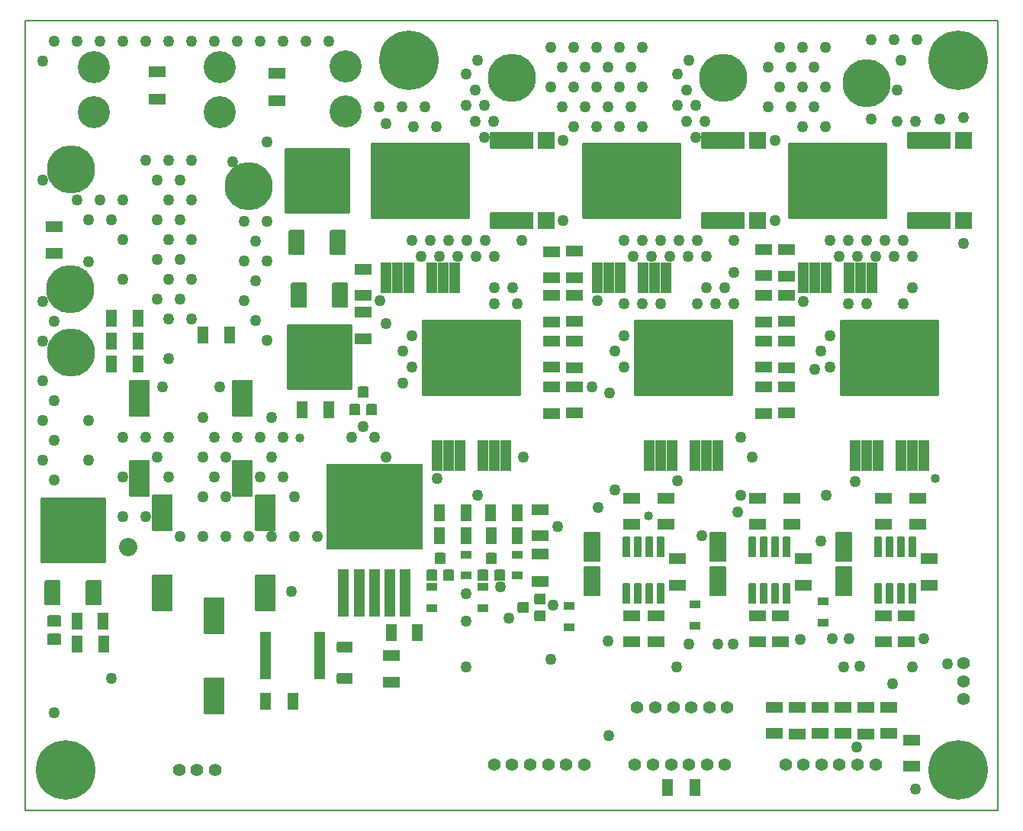
<source format=gbr>
G04 PROTEUS GERBER X2 FILE*
%TF.GenerationSoftware,Labcenter,Proteus,8.7-SP3-Build25561*%
%TF.CreationDate,2021-06-30T06:14:37+00:00*%
%TF.FileFunction,Soldermask,Top*%
%TF.FilePolarity,Negative*%
%TF.Part,Single*%
%TF.SameCoordinates,{77f9167f-24a0-473a-9e88-04ab24b8f88e}*%
%FSLAX45Y45*%
%MOMM*%
G01*
%TA.AperFunction,Material*%
%ADD52C,1.270000*%
%ADD53C,2.032000*%
%ADD54C,1.016000*%
%AMPPAD049*
4,1,36,
-0.457200,1.727200,
0.457200,1.727200,
0.483170,1.724670,
0.507180,1.717400,
0.528780,1.705850,
0.547490,1.690490,
0.562850,1.671770,
0.574400,1.650180,
0.581670,1.626170,
0.584200,1.600200,
0.584200,-1.600200,
0.581670,-1.626170,
0.574400,-1.650180,
0.562850,-1.671770,
0.547490,-1.690490,
0.528780,-1.705850,
0.507180,-1.717400,
0.483170,-1.724670,
0.457200,-1.727200,
-0.457200,-1.727200,
-0.483170,-1.724670,
-0.507180,-1.717400,
-0.528780,-1.705850,
-0.547490,-1.690490,
-0.562850,-1.671770,
-0.574400,-1.650180,
-0.581670,-1.626170,
-0.584200,-1.600200,
-0.584200,1.600200,
-0.581670,1.626170,
-0.574400,1.650180,
-0.562850,1.671770,
-0.547490,1.690490,
-0.528780,1.705850,
-0.507180,1.717400,
-0.483170,1.724670,
-0.457200,1.727200,
0*%
%TA.AperFunction,Material*%
%ADD55PPAD049*%
%AMPPAD050*
4,1,36,
-5.397500,4.203700,
5.397500,4.203700,
5.423470,4.201170,
5.447480,4.193900,
5.469080,4.182350,
5.487790,4.166990,
5.503150,4.148270,
5.514700,4.126680,
5.521970,4.102670,
5.524500,4.076700,
5.524500,-4.076700,
5.521970,-4.102670,
5.514700,-4.126680,
5.503150,-4.148270,
5.487790,-4.166990,
5.469080,-4.182350,
5.447480,-4.193900,
5.423470,-4.201170,
5.397500,-4.203700,
-5.397500,-4.203700,
-5.423470,-4.201170,
-5.447480,-4.193900,
-5.469080,-4.182350,
-5.487790,-4.166990,
-5.503150,-4.148270,
-5.514700,-4.126680,
-5.521970,-4.102670,
-5.524500,-4.076700,
-5.524500,4.076700,
-5.521970,4.102670,
-5.514700,4.126680,
-5.503150,4.148270,
-5.487790,4.166990,
-5.469080,4.182350,
-5.447480,4.193900,
-5.423470,4.201170,
-5.397500,4.203700,
0*%
%ADD56PPAD050*%
%AMPPAD051*
4,1,36,
2.413000,0.825500,
2.413000,-0.825500,
2.410470,-0.851470,
2.403200,-0.875480,
2.391650,-0.897080,
2.376290,-0.915790,
2.357570,-0.931150,
2.335980,-0.942700,
2.311970,-0.949970,
2.286000,-0.952500,
-2.286000,-0.952500,
-2.311970,-0.949970,
-2.335980,-0.942700,
-2.357570,-0.931150,
-2.376290,-0.915790,
-2.391650,-0.897080,
-2.403200,-0.875480,
-2.410470,-0.851470,
-2.413000,-0.825500,
-2.413000,0.825500,
-2.410470,0.851470,
-2.403200,0.875480,
-2.391650,0.897080,
-2.376290,0.915790,
-2.357570,0.931150,
-2.335980,0.942700,
-2.311970,0.949970,
-2.286000,0.952500,
2.286000,0.952500,
2.311970,0.949970,
2.335980,0.942700,
2.357570,0.931150,
2.376290,0.915790,
2.391650,0.897080,
2.403200,0.875480,
2.410470,0.851470,
2.413000,0.825500,
0*%
%TA.AperFunction,Material*%
%ADD57PPAD051*%
%AMPPAD052*
4,1,36,
0.952500,0.825500,
0.952500,-0.825500,
0.949970,-0.851470,
0.942700,-0.875480,
0.931150,-0.897080,
0.915790,-0.915790,
0.897070,-0.931150,
0.875480,-0.942700,
0.851470,-0.949970,
0.825500,-0.952500,
-0.825500,-0.952500,
-0.851470,-0.949970,
-0.875480,-0.942700,
-0.897070,-0.931150,
-0.915790,-0.915790,
-0.931150,-0.897080,
-0.942700,-0.875480,
-0.949970,-0.851470,
-0.952500,-0.825500,
-0.952500,0.825500,
-0.949970,0.851470,
-0.942700,0.875480,
-0.931150,0.897080,
-0.915790,0.915790,
-0.897070,0.931150,
-0.875480,0.942700,
-0.851470,0.949970,
-0.825500,0.952500,
0.825500,0.952500,
0.851470,0.949970,
0.875480,0.942700,
0.897070,0.931150,
0.915790,0.915790,
0.931150,0.897080,
0.942700,0.875480,
0.949970,0.851470,
0.952500,0.825500,
0*%
%ADD58PPAD052*%
%TA.AperFunction,Material*%
%ADD59C,5.334000*%
%AMPPAD054*
4,1,36,
3.492500,-3.619500,
-3.492500,-3.619500,
-3.518470,-3.616970,
-3.542480,-3.609700,
-3.564080,-3.598150,
-3.582790,-3.582790,
-3.598150,-3.564070,
-3.609700,-3.542480,
-3.616970,-3.518470,
-3.619500,-3.492500,
-3.619500,3.492500,
-3.616970,3.518470,
-3.609700,3.542480,
-3.598150,3.564070,
-3.582790,3.582790,
-3.564080,3.598150,
-3.542480,3.609700,
-3.518470,3.616970,
-3.492500,3.619500,
3.492500,3.619500,
3.518470,3.616970,
3.542480,3.609700,
3.564080,3.598150,
3.582790,3.582790,
3.598150,3.564070,
3.609700,3.542480,
3.616970,3.518470,
3.619500,3.492500,
3.619500,-3.492500,
3.616970,-3.518470,
3.609700,-3.542480,
3.598150,-3.564070,
3.582790,-3.582790,
3.564080,-3.598150,
3.542480,-3.609700,
3.518470,-3.616970,
3.492500,-3.619500,
0*%
%TA.AperFunction,Material*%
%ADD60PPAD054*%
%AMPPAD055*
4,1,36,
0.762000,-1.397000,
-0.762000,-1.397000,
-0.787970,-1.394470,
-0.811980,-1.387200,
-0.833580,-1.375650,
-0.852290,-1.360290,
-0.867650,-1.341570,
-0.879200,-1.319980,
-0.886470,-1.295970,
-0.889000,-1.270000,
-0.889000,1.270000,
-0.886470,1.295970,
-0.879200,1.319980,
-0.867650,1.341570,
-0.852290,1.360290,
-0.833580,1.375650,
-0.811980,1.387200,
-0.787970,1.394470,
-0.762000,1.397000,
0.762000,1.397000,
0.787970,1.394470,
0.811980,1.387200,
0.833580,1.375650,
0.852290,1.360290,
0.867650,1.341570,
0.879200,1.319980,
0.886470,1.295970,
0.889000,1.270000,
0.889000,-1.270000,
0.886470,-1.295970,
0.879200,-1.319980,
0.867650,-1.341570,
0.852290,-1.360290,
0.833580,-1.375650,
0.811980,-1.387200,
0.787970,-1.394470,
0.762000,-1.397000,
0*%
%ADD61PPAD055*%
%AMPPAD056*
4,1,36,
-1.016000,2.032000,
1.016000,2.032000,
1.041970,2.029470,
1.065980,2.022200,
1.087580,2.010650,
1.106290,1.995290,
1.121650,1.976570,
1.133200,1.954980,
1.140470,1.930970,
1.143000,1.905000,
1.143000,-1.905000,
1.140470,-1.930970,
1.133200,-1.954980,
1.121650,-1.976570,
1.106290,-1.995290,
1.087580,-2.010650,
1.065980,-2.022200,
1.041970,-2.029470,
1.016000,-2.032000,
-1.016000,-2.032000,
-1.041970,-2.029470,
-1.065980,-2.022200,
-1.087580,-2.010650,
-1.106290,-1.995290,
-1.121650,-1.976570,
-1.133200,-1.954980,
-1.140470,-1.930970,
-1.143000,-1.905000,
-1.143000,1.905000,
-1.140470,1.930970,
-1.133200,1.954980,
-1.121650,1.976570,
-1.106290,1.995290,
-1.087580,2.010650,
-1.065980,2.022200,
-1.041970,2.029470,
-1.016000,2.032000,
0*%
%TA.AperFunction,Material*%
%ADD62PPAD056*%
%AMPPAD057*
4,1,36,
-0.762000,-0.508000,
-0.762000,0.508000,
-0.759470,0.533970,
-0.752200,0.557980,
-0.740650,0.579580,
-0.725290,0.598290,
-0.706570,0.613650,
-0.684980,0.625200,
-0.660970,0.632470,
-0.635000,0.635000,
0.635000,0.635000,
0.660970,0.632470,
0.684980,0.625200,
0.706570,0.613650,
0.725290,0.598290,
0.740650,0.579580,
0.752200,0.557980,
0.759470,0.533970,
0.762000,0.508000,
0.762000,-0.508000,
0.759470,-0.533970,
0.752200,-0.557980,
0.740650,-0.579580,
0.725290,-0.598290,
0.706570,-0.613650,
0.684980,-0.625200,
0.660970,-0.632470,
0.635000,-0.635000,
-0.635000,-0.635000,
-0.660970,-0.632470,
-0.684980,-0.625200,
-0.706570,-0.613650,
-0.725290,-0.598290,
-0.740650,-0.579580,
-0.752200,-0.557980,
-0.759470,-0.533970,
-0.762000,-0.508000,
0*%
%ADD63PPAD057*%
%AMPPAD058*
4,1,4,
-0.571500,0.901700,
0.571500,0.901700,
0.571500,-0.901700,
-0.571500,-0.901700,
-0.571500,0.901700,
0*%
%ADD64PPAD058*%
%AMPPAD059*
4,1,4,
-0.571500,2.603500,
0.571500,2.603500,
0.571500,-2.603500,
-0.571500,-2.603500,
-0.571500,2.603500,
0*%
%TA.AperFunction,Material*%
%ADD65PPAD059*%
%AMPPAD060*
4,1,4,
-5.372100,-4.775200,
-5.372100,4.775200,
5.372100,4.775200,
5.372100,-4.775200,
-5.372100,-4.775200,
0*%
%ADD66PPAD060*%
%AMPPAD061*
4,1,4,
0.596900,-2.654300,
-0.596900,-2.654300,
-0.596900,2.654300,
0.596900,2.654300,
0.596900,-2.654300,
0*%
%TA.AperFunction,Material*%
%ADD67PPAD061*%
%AMPPAD062*
4,1,36,
-0.889000,-0.444500,
-0.889000,0.444500,
-0.886470,0.470470,
-0.879200,0.494480,
-0.867650,0.516080,
-0.852290,0.534790,
-0.833570,0.550150,
-0.811980,0.561700,
-0.787970,0.568970,
-0.762000,0.571500,
0.762000,0.571500,
0.787970,0.568970,
0.811980,0.561700,
0.833570,0.550150,
0.852290,0.534790,
0.867650,0.516080,
0.879200,0.494480,
0.886470,0.470470,
0.889000,0.444500,
0.889000,-0.444500,
0.886470,-0.470470,
0.879200,-0.494480,
0.867650,-0.516080,
0.852290,-0.534790,
0.833570,-0.550150,
0.811980,-0.561700,
0.787970,-0.568970,
0.762000,-0.571500,
-0.762000,-0.571500,
-0.787970,-0.568970,
-0.811980,-0.561700,
-0.833570,-0.550150,
-0.852290,-0.534790,
-0.867650,-0.516080,
-0.879200,-0.494480,
-0.886470,-0.470470,
-0.889000,-0.444500,
0*%
%ADD68PPAD062*%
%AMPPAD063*
4,1,4,
0.901700,0.571500,
0.901700,-0.571500,
-0.901700,-0.571500,
-0.901700,0.571500,
0.901700,0.571500,
0*%
%ADD69PPAD063*%
%AMPPAD064*
4,1,36,
0.444500,-0.635000,
-0.444500,-0.635000,
-0.470470,-0.632470,
-0.494480,-0.625200,
-0.516080,-0.613650,
-0.534790,-0.598290,
-0.550150,-0.579570,
-0.561700,-0.557980,
-0.568970,-0.533970,
-0.571500,-0.508000,
-0.571500,0.508000,
-0.568970,0.533970,
-0.561700,0.557980,
-0.550150,0.579570,
-0.534790,0.598290,
-0.516080,0.613650,
-0.494480,0.625200,
-0.470470,0.632470,
-0.444500,0.635000,
0.444500,0.635000,
0.470470,0.632470,
0.494480,0.625200,
0.516080,0.613650,
0.534790,0.598290,
0.550150,0.579570,
0.561700,0.557980,
0.568970,0.533970,
0.571500,0.508000,
0.571500,-0.508000,
0.568970,-0.533970,
0.561700,-0.557980,
0.550150,-0.579570,
0.534790,-0.598290,
0.516080,-0.613650,
0.494480,-0.625200,
0.470470,-0.632470,
0.444500,-0.635000,
0*%
%TA.AperFunction,Material*%
%ADD74PPAD064*%
%AMPPAD065*
4,1,36,
0.317500,-1.143000,
-0.317500,-1.143000,
-0.343470,-1.140470,
-0.367480,-1.133200,
-0.389080,-1.121650,
-0.407790,-1.106290,
-0.423150,-1.087570,
-0.434700,-1.065980,
-0.441970,-1.041970,
-0.444500,-1.016000,
-0.444500,1.016000,
-0.441970,1.041970,
-0.434700,1.065980,
-0.423150,1.087570,
-0.407790,1.106290,
-0.389080,1.121650,
-0.367480,1.133200,
-0.343470,1.140470,
-0.317500,1.143000,
0.317500,1.143000,
0.343470,1.140470,
0.367480,1.133200,
0.389080,1.121650,
0.407790,1.106290,
0.423150,1.087570,
0.434700,1.065980,
0.441970,1.041970,
0.444500,1.016000,
0.444500,-1.016000,
0.441970,-1.041970,
0.434700,-1.065980,
0.423150,-1.087570,
0.407790,-1.106290,
0.389080,-1.121650,
0.367480,-1.133200,
0.343470,-1.140470,
0.317500,-1.143000,
0*%
%TA.AperFunction,Material*%
%ADD75PPAD065*%
%AMPPAD066*
4,1,36,
-0.825500,1.651000,
0.825500,1.651000,
0.851470,1.648470,
0.875480,1.641200,
0.897080,1.629650,
0.915790,1.614290,
0.931150,1.595570,
0.942700,1.573980,
0.949970,1.549970,
0.952500,1.524000,
0.952500,-1.524000,
0.949970,-1.549970,
0.942700,-1.573980,
0.931150,-1.595570,
0.915790,-1.614290,
0.897080,-1.629650,
0.875480,-1.641200,
0.851470,-1.648470,
0.825500,-1.651000,
-0.825500,-1.651000,
-0.851470,-1.648470,
-0.875480,-1.641200,
-0.897080,-1.629650,
-0.915790,-1.614290,
-0.931150,-1.595570,
-0.942700,-1.573980,
-0.949970,-1.549970,
-0.952500,-1.524000,
-0.952500,1.524000,
-0.949970,1.549970,
-0.942700,1.573980,
-0.931150,1.595570,
-0.915790,1.614290,
-0.897080,1.629650,
-0.875480,1.641200,
-0.851470,1.648470,
-0.825500,1.651000,
0*%
%TA.AperFunction,Material*%
%ADD76PPAD066*%
%AMPPAD067*
4,1,36,
0.571500,0.317500,
0.571500,-0.317500,
0.568970,-0.343470,
0.561700,-0.367480,
0.550150,-0.389080,
0.534790,-0.407790,
0.516070,-0.423150,
0.494480,-0.434700,
0.470470,-0.441970,
0.444500,-0.444500,
-0.444500,-0.444500,
-0.470470,-0.441970,
-0.494480,-0.434700,
-0.516070,-0.423150,
-0.534790,-0.407790,
-0.550150,-0.389080,
-0.561700,-0.367480,
-0.568970,-0.343470,
-0.571500,-0.317500,
-0.571500,0.317500,
-0.568970,0.343470,
-0.561700,0.367480,
-0.550150,0.389080,
-0.534790,0.407790,
-0.516070,0.423150,
-0.494480,0.434700,
-0.470470,0.441970,
-0.444500,0.444500,
0.444500,0.444500,
0.470470,0.441970,
0.494480,0.434700,
0.516070,0.423150,
0.534790,0.407790,
0.550150,0.389080,
0.561700,0.367480,
0.568970,0.343470,
0.571500,0.317500,
0*%
%ADD77PPAD067*%
%AMPPAD068*
4,1,36,
0.635000,0.444500,
0.635000,-0.444500,
0.632470,-0.470470,
0.625200,-0.494480,
0.613650,-0.516080,
0.598290,-0.534790,
0.579570,-0.550150,
0.557980,-0.561700,
0.533970,-0.568970,
0.508000,-0.571500,
-0.508000,-0.571500,
-0.533970,-0.568970,
-0.557980,-0.561700,
-0.579570,-0.550150,
-0.598290,-0.534790,
-0.613650,-0.516080,
-0.625200,-0.494480,
-0.632470,-0.470470,
-0.635000,-0.444500,
-0.635000,0.444500,
-0.632470,0.470470,
-0.625200,0.494480,
-0.613650,0.516080,
-0.598290,0.534790,
-0.579570,0.550150,
-0.557980,0.561700,
-0.533970,0.568970,
-0.508000,0.571500,
0.508000,0.571500,
0.533970,0.568970,
0.557980,0.561700,
0.579570,0.550150,
0.598290,0.534790,
0.613650,0.516080,
0.625200,0.494480,
0.632470,0.470470,
0.635000,0.444500,
0*%
%TA.AperFunction,Material*%
%ADD78PPAD068*%
%ADD79C,1.397000*%
%TA.AperFunction,Material*%
%ADD80C,3.556000*%
%TA.AperFunction,Material*%
%ADD81C,6.604000*%
%TA.AperFunction,Profile*%
%ADD41C,0.203200*%
%TD.AperFunction*%
D52*
X+3225800Y+1174750D03*
X+3479800Y+1174750D03*
X+5257800Y+1174750D03*
X+5511800Y+1174750D03*
X+5765800Y+1174750D03*
X+7543800Y+1174750D03*
X+7797800Y+1174750D03*
X+3098800Y+1394720D03*
X+3352800Y+1394720D03*
X+4876800Y+1394720D03*
X+5130800Y+1394720D03*
X+5384800Y+1394720D03*
X+5638800Y+1394720D03*
X+7162800Y+1394720D03*
X+7416800Y+1394720D03*
X+7670800Y+1394720D03*
X+4749800Y+1614690D03*
X+5003800Y+1614690D03*
X+5257800Y+1614690D03*
X+5511800Y+1614690D03*
X+5765800Y+1614690D03*
X+7289800Y+1614690D03*
X+7543800Y+1614690D03*
X+7797800Y+1614690D03*
X+4876800Y+1834660D03*
X+5130800Y+1834660D03*
X+5384800Y+1834660D03*
X+5638800Y+1834660D03*
X+7162800Y+1834660D03*
X+7416800Y+1834660D03*
X+7670800Y+1834660D03*
X+4749800Y+2054630D03*
X+5003800Y+2054630D03*
X+5257800Y+2054630D03*
X+5511800Y+2054630D03*
X+5765800Y+2054630D03*
X+7289800Y+2054630D03*
X+7543800Y+2054630D03*
X+7797800Y+2054630D03*
X+5562600Y-1497654D03*
X+5461000Y-1321678D03*
X+5562600Y-1145702D03*
X+5562600Y-793750D03*
X+5765800Y-793750D03*
X+5969000Y-793750D03*
X+6375400Y-793750D03*
X+6578600Y-793750D03*
X+6781800Y-793750D03*
X+6477000Y-617774D03*
X+6680200Y-617774D03*
X+6781800Y-441798D03*
X+5664200Y-265822D03*
X+5867400Y-265822D03*
X+6070600Y-265822D03*
X+6273800Y-265822D03*
X+6477000Y-265822D03*
X+5562600Y-89846D03*
X+5765800Y-89846D03*
X+5969000Y-89846D03*
X+6172200Y-89846D03*
X+6375400Y-89846D03*
X+6781800Y-89846D03*
X+7848600Y-1497654D03*
X+7747000Y-1321678D03*
X+7848600Y-1145702D03*
X+8051800Y-793750D03*
X+8255000Y-793750D03*
X+8661400Y-793750D03*
X+8763000Y-617774D03*
X+7950200Y-265822D03*
X+8153400Y-265822D03*
X+8356600Y-265822D03*
X+8559800Y-265822D03*
X+8763000Y-265822D03*
X+7848600Y-89846D03*
X+8051800Y-89846D03*
X+8255000Y-89846D03*
X+8458200Y-89846D03*
X+8661400Y-89846D03*
X+3213100Y-1497654D03*
X+3111500Y-1321678D03*
X+3213100Y-1145702D03*
X+4127500Y-617774D03*
X+4330700Y-617774D03*
X+3314700Y-265822D03*
X+3517900Y-265822D03*
X+3721100Y-265822D03*
X+3924300Y-265822D03*
X+4127500Y-265822D03*
X+3213100Y-89846D03*
X+3416300Y-89846D03*
X+3619500Y-89846D03*
X+3822700Y-89846D03*
X+4025900Y-89846D03*
X+4432300Y-89846D03*
X+4013200Y+1052310D03*
X+3911600Y+1228286D03*
X+4114800Y+1228286D03*
X+3810000Y+1404262D03*
X+4013200Y+1404262D03*
X+3911600Y+1580238D03*
X+3810000Y+1756214D03*
X+3937000Y+1905000D03*
X+8597900Y+1228286D03*
X+8801100Y+1228286D03*
X+8597900Y+1580238D03*
X+8636000Y+1905000D03*
X+6363969Y+1052310D03*
X+6262369Y+1228286D03*
X+6465569Y+1228286D03*
X+6160769Y+1404262D03*
X+6363969Y+1404262D03*
X+6262369Y+1580238D03*
X+6160769Y+1756214D03*
X+6286500Y+1905000D03*
X+7747000Y-3429000D03*
X+6428649Y-3363510D03*
X+3111500Y-1673630D03*
X+4127500Y-793750D03*
X+4381500Y-793750D03*
X+5003800Y+1174750D03*
X-127000Y-4953000D03*
D53*
X+63500Y-3492500D03*
D52*
X+1870921Y-3983646D03*
X+1599186Y-1195100D03*
X+1472186Y-975130D03*
X+1345186Y-755160D03*
X+1472186Y-535190D03*
X+1345186Y-315220D03*
X+1599186Y-315220D03*
X+1472186Y-95250D03*
X+1345186Y+124720D03*
X+1599186Y+124720D03*
X+1218186Y+784630D03*
X+1599186Y+1004600D03*
X-762000Y-2746780D03*
X-889000Y-2526810D03*
X-381000Y-2526810D03*
X-762000Y-2306840D03*
X-889000Y-2086870D03*
X-381000Y-2086870D03*
X-762000Y-1866900D03*
X-889000Y-1646930D03*
X-889000Y-1206990D03*
X-762000Y-987020D03*
X-889000Y-767050D03*
X-381000Y-327110D03*
X+2844800Y+1394720D03*
X+8305800Y+1257545D03*
X+9067800Y+1257545D03*
X+8305800Y+2137425D03*
X+8559800Y+2137425D03*
X+8813800Y+2137425D03*
D54*
X+5837110Y-3144357D03*
X+5270500Y-3048000D03*
D52*
X+2921000Y+1206500D03*
X+4889500Y+1016000D03*
X+4889500Y+127000D03*
X+2857500Y-762000D03*
X+444500Y-1714500D03*
X+1079500Y-1714500D03*
X+2667000Y-2159000D03*
X+3492500Y-2730500D03*
X+5270500Y-762000D03*
X+9334500Y-127000D03*
X+9334500Y+1270000D03*
X+7556500Y-771119D03*
X+7239000Y+1016000D03*
X+7239000Y+127000D03*
X+7683500Y-1524000D03*
X+5207000Y-1714500D03*
X+6159500Y-2756319D03*
X+6858000Y-2921000D03*
X+7810500Y-2921000D03*
X+8130124Y-2765437D03*
X+5461000Y-2857500D03*
X+5274900Y-3052400D03*
X+6830053Y-3107255D03*
X+4191000Y-3937000D03*
X+6286500Y-4572000D03*
X+6604000Y-4572000D03*
X+7519052Y-4519896D03*
X+7874000Y-4508500D03*
X+3811743Y-4009908D03*
X+3810000Y-4318000D03*
X+2921000Y-1016000D03*
X+5401014Y-1783053D03*
X+635000Y-3378275D03*
X+889000Y-3378275D03*
X+1143000Y-3378275D03*
X+1397000Y-3378275D03*
X+1651000Y-3378275D03*
X+1905000Y-3378275D03*
X+2159000Y-3378275D03*
X+0Y-3158305D03*
X+254000Y-3158305D03*
X+889000Y-2938335D03*
X+1143000Y-2938335D03*
X+1905000Y-2938335D03*
X+0Y-2718365D03*
X+508000Y-2718365D03*
X+1016000Y-2718365D03*
X+1524000Y-2718365D03*
X+1778000Y-2718365D03*
X+381000Y-2498395D03*
X+889000Y-2498395D03*
X+1143000Y-2498395D03*
X+1651000Y-2498395D03*
X+2921000Y-2498395D03*
X+4445000Y-2498395D03*
X+6985000Y-2498395D03*
X+0Y-2278425D03*
X+254000Y-2278425D03*
X+508000Y-2278425D03*
X+1016000Y-2278425D03*
X+1270000Y-2278425D03*
X+1524000Y-2278425D03*
X+1778000Y-2278425D03*
X+2540000Y-2278425D03*
X+2794000Y-2278425D03*
X+6858000Y-2278425D03*
X+889000Y-2058455D03*
X+1651000Y-2058455D03*
X+508000Y-1398545D03*
X+508000Y-958605D03*
X+762000Y-958605D03*
X+381000Y-738635D03*
X+635000Y-738635D03*
X+0Y-518665D03*
X+508000Y-518665D03*
X+762000Y-518665D03*
X+381000Y-298695D03*
X+635000Y-298695D03*
X+0Y-78725D03*
X+508000Y-78725D03*
X+762000Y-78725D03*
X-381000Y+141245D03*
X-127000Y+141245D03*
X+381000Y+141245D03*
X+635000Y+141245D03*
X-508000Y+361215D03*
X-254000Y+361215D03*
X+0Y+361215D03*
X+508000Y+361215D03*
X+762000Y+361215D03*
X-889000Y+581185D03*
X+381000Y+581185D03*
X+635000Y+581185D03*
X+254000Y+801155D03*
X+508000Y+801155D03*
X+762000Y+801155D03*
X-889000Y+1901005D03*
X-762000Y+2120975D03*
X-508000Y+2120975D03*
X-254000Y+2120975D03*
X+0Y+2120975D03*
X+254000Y+2120975D03*
X+508000Y+2120975D03*
X+762000Y+2120975D03*
X+1016000Y+2120975D03*
X+1270000Y+2120975D03*
X+1524000Y+2120975D03*
X+1778000Y+2120975D03*
X+2032000Y+2120975D03*
X+2286000Y+2120975D03*
D54*
X+9017000Y-2730500D03*
D52*
X+5384021Y-4535575D03*
X-762000Y-5334000D03*
D54*
X+1968500Y-2286000D03*
D52*
X+4283159Y-4283011D03*
X+4826045Y-3267760D03*
X+3937000Y-2921000D03*
X+8179340Y-4812956D03*
X+8546457Y-5012353D03*
X+8763000Y-4826000D03*
X+8890000Y-4508500D03*
X+9152534Y-4790567D03*
X+8144101Y-5716084D03*
X+8802625Y-6177544D03*
X+6153231Y-4826944D03*
X+6778656Y-4571579D03*
X+8064500Y-4508500D03*
X+8001000Y-4826000D03*
X+5397500Y-5588000D03*
X+4775444Y-4133215D03*
X+4754453Y-4741974D03*
X+3810000Y-4826000D03*
D55*
X+3492500Y-2476500D03*
X+3619500Y-2476500D03*
X+3746500Y-2476500D03*
X+4000500Y-2476500D03*
X+4127500Y-2476500D03*
X+4254500Y-2476500D03*
D56*
X+3873500Y-1397000D03*
D55*
X+5270500Y-508000D03*
X+5397500Y-508000D03*
X+5524500Y-508000D03*
X+5778500Y-508000D03*
X+5905500Y-508000D03*
X+6032500Y-508000D03*
D56*
X+5651500Y+571500D03*
D55*
X+5842000Y-2476500D03*
X+5969000Y-2476500D03*
X+6096000Y-2476500D03*
X+6350000Y-2476500D03*
X+6477000Y-2476500D03*
X+6604000Y-2476500D03*
D56*
X+6223000Y-1397000D03*
D55*
X+7556500Y-508000D03*
X+7683500Y-508000D03*
X+7810500Y-508000D03*
X+8064500Y-508000D03*
X+8191500Y-508000D03*
X+8318500Y-508000D03*
D56*
X+7937500Y+571500D03*
D55*
X+8128000Y-2476500D03*
X+8255000Y-2476500D03*
X+8382000Y-2476500D03*
X+8636000Y-2476500D03*
X+8763000Y-2476500D03*
X+8890000Y-2476500D03*
D56*
X+8509000Y-1397000D03*
D55*
X+2921000Y-508000D03*
X+3048000Y-508000D03*
X+3175000Y-508000D03*
X+3429000Y-508000D03*
X+3556000Y-508000D03*
X+3683000Y-508000D03*
D56*
X+3302000Y+571500D03*
D57*
X+6667500Y+1016000D03*
X+6667500Y+127000D03*
D58*
X+7048500Y+127000D03*
X+7048500Y+1016000D03*
D57*
X+8953500Y+1016000D03*
X+8953500Y+127000D03*
D58*
X+9334500Y+127000D03*
X+9334500Y+1016000D03*
D57*
X+4318000Y+1016000D03*
X+4318000Y+127000D03*
D58*
X+4699000Y+127000D03*
X+4699000Y+1016000D03*
D59*
X+4318000Y+1714500D03*
X+6667500Y+1714500D03*
X+8255000Y+1651000D03*
D60*
X+2184400Y-1389380D03*
D61*
X+2413000Y-698500D03*
X+1955800Y-698500D03*
D60*
X+2159000Y+571500D03*
D61*
X+1930400Y-119380D03*
X+2387600Y-119380D03*
D62*
X+1333500Y-2730500D03*
X+1333500Y-1841500D03*
X+190500Y-2730500D03*
X+190500Y-1841500D03*
D60*
X-546100Y-3309620D03*
D61*
X-774700Y-4000500D03*
X-317500Y-4000500D03*
D63*
X-762000Y-4518000D03*
X-762000Y-4318000D03*
D64*
X-508000Y-4318000D03*
X-218000Y-4318000D03*
D62*
X+444500Y-3111500D03*
X+444500Y-4000500D03*
D65*
X+2453640Y-4000500D03*
X+2623820Y-4000500D03*
X+2794000Y-4000500D03*
X+2964180Y-4000500D03*
X+3134360Y-4000500D03*
D66*
X+2794000Y-3048000D03*
D67*
X+2187500Y-4699000D03*
X+1587500Y-4699000D03*
D68*
X+2469837Y-4946337D03*
X+2469837Y-4606337D03*
D62*
X+1587500Y-3111500D03*
X+1587500Y-4000500D03*
D64*
X-508000Y-4572000D03*
X-208000Y-4572000D03*
D69*
X+2984500Y-4699000D03*
X+2984500Y-4989000D03*
D64*
X+3274500Y-4445000D03*
X+2984500Y-4445000D03*
X+173000Y-1460500D03*
X-127000Y-1460500D03*
X+173000Y-952500D03*
X-127000Y-952500D03*
X+173000Y-1206500D03*
X-127000Y-1206500D03*
D69*
X+381000Y+1778000D03*
X+381000Y+1478000D03*
X+1714500Y+1760500D03*
X+1714500Y+1460500D03*
D64*
X+889000Y-1143000D03*
X+1189000Y-1143000D03*
D59*
X-571500Y+698500D03*
X-571500Y-1333500D03*
D69*
X+2667000Y-698500D03*
X+2667000Y-408500D03*
D64*
X+2286000Y-1968500D03*
X+1996000Y-1968500D03*
D69*
X+2667000Y-1179000D03*
X+2667000Y-889000D03*
D74*
X+2667000Y-1778000D03*
X+2573020Y-1968500D03*
X+2760980Y-1968500D03*
D64*
X+1887500Y-5207000D03*
X+1587500Y-5207000D03*
D69*
X+6032500Y-2948500D03*
X+6032500Y-3238500D03*
X+5651500Y-2948500D03*
X+5651500Y-3238500D03*
D75*
X+5588000Y-4013200D03*
X+5715000Y-4013200D03*
X+5842000Y-4013200D03*
X+5969000Y-4013200D03*
X+5969000Y-3492500D03*
X+5842000Y-3492500D03*
X+5715000Y-3492500D03*
X+5588000Y-3492500D03*
X+6985000Y-4013200D03*
X+7112000Y-4013200D03*
X+7239000Y-4013200D03*
X+7366000Y-4013200D03*
X+7366000Y-3492500D03*
X+7239000Y-3492500D03*
X+7112000Y-3492500D03*
X+6985000Y-3492500D03*
X+8382000Y-4013200D03*
X+8509000Y-4013200D03*
X+8636000Y-4013200D03*
X+8763000Y-4013200D03*
X+8763000Y-3492500D03*
X+8636000Y-3492500D03*
X+8509000Y-3492500D03*
X+8382000Y-3492500D03*
D69*
X+7048500Y-2948500D03*
X+7048500Y-3238500D03*
D76*
X+5207000Y-3492500D03*
X+5207000Y-3873500D03*
X+6604000Y-3492500D03*
X+6604000Y-3873500D03*
X+8001000Y-3492500D03*
X+8001000Y-3873500D03*
D77*
X+4953000Y-4381500D03*
X+4953000Y-4146550D03*
X+6350000Y-4362450D03*
X+6350000Y-4127500D03*
X+7778750Y-4330700D03*
X+7778750Y-4095750D03*
D69*
X+6159500Y-3619500D03*
X+6159500Y-3919500D03*
X+7556500Y-3619500D03*
X+7556500Y-3919500D03*
X+8953500Y-3619500D03*
X+8953500Y-3919500D03*
X+7429500Y-2948500D03*
X+7429500Y-3238500D03*
X+8445500Y-2948500D03*
X+8445500Y-3238500D03*
X+8826500Y-2948500D03*
X+8826500Y-3238500D03*
X+5651500Y-4544500D03*
X+5651500Y-4254500D03*
X+5923000Y-4544500D03*
X+5923000Y-4254500D03*
X+7048500Y-4544500D03*
X+7048500Y-4254500D03*
X+5016500Y-698500D03*
X+5016500Y-988500D03*
X+4762500Y-218000D03*
X+4762500Y-508000D03*
X+5016500Y-1714500D03*
X+5016500Y-2004500D03*
X+4762500Y-1206500D03*
X+4762500Y-1496500D03*
X+5016500Y-208000D03*
X+5016500Y-508000D03*
X+4762500Y-698500D03*
X+4762500Y-998500D03*
X+5016500Y-1206500D03*
X+5016500Y-1506500D03*
X+4762500Y-1714500D03*
X+4762500Y-2014500D03*
X+7366000Y-190500D03*
X+7366000Y-490500D03*
X+7112000Y-698500D03*
X+7112000Y-998500D03*
X+7366000Y-1206500D03*
X+7366000Y-1506500D03*
X+7112000Y-1714500D03*
X+7112000Y-2014500D03*
X+7366000Y-698500D03*
X+7366000Y-988500D03*
X+7112000Y-190500D03*
X+7112000Y-480500D03*
X+7366000Y-1714500D03*
X+7366000Y-2004500D03*
X+7112000Y-1206500D03*
X+7112000Y-1496500D03*
D74*
X+3522980Y-3619500D03*
X+3429000Y-3810000D03*
X+3616960Y-3810000D03*
X+4094480Y-3619500D03*
X+4000500Y-3810000D03*
X+4188460Y-3810000D03*
D78*
X+4445000Y-4160520D03*
X+4635500Y-4254500D03*
X+4635500Y-4066540D03*
D77*
X+3810000Y-3575050D03*
X+3810000Y-3810000D03*
X+3429000Y-3937000D03*
X+3429000Y-4171950D03*
X+4381500Y-3575050D03*
X+4381500Y-3810000D03*
X+4000500Y-3937000D03*
X+4000500Y-4171950D03*
D64*
X+3520000Y-3365500D03*
X+3810000Y-3365500D03*
X+3520000Y-3111500D03*
X+3810000Y-3111500D03*
X+4381500Y-3365500D03*
X+4091500Y-3365500D03*
D69*
X+4635500Y-3075500D03*
X+4635500Y-3365500D03*
X+4635500Y-3873500D03*
X+4635500Y-3573500D03*
D64*
X+4381500Y-3111500D03*
X+4081500Y-3111500D03*
D69*
X+8699500Y-4544500D03*
X+8699500Y-4254500D03*
D62*
X+1016000Y-5143500D03*
X+1016000Y-4254500D03*
D64*
X+6350000Y-6159500D03*
X+6050000Y-6159500D03*
D69*
X+8245500Y-5570500D03*
X+8245500Y-5270500D03*
X+7483500Y-5570499D03*
X+7483500Y-5270500D03*
X-762000Y+63500D03*
X-762000Y-236500D03*
D79*
X+9334500Y-5181500D03*
X+9334500Y-4981500D03*
X+9334500Y-4781500D03*
D69*
X+7302500Y-4544500D03*
X+7302500Y-4254500D03*
X+8445500Y-4544500D03*
X+8445500Y-4254500D03*
X+8753500Y-5635301D03*
X+8753500Y-5925301D03*
X+7991500Y-5270500D03*
X+7991500Y-5560500D03*
X+7737500Y-5270500D03*
X+7737500Y-5560500D03*
X+8499500Y-5270500D03*
X+8499500Y-5560500D03*
X+7229500Y-5270500D03*
X+7229500Y-5560500D03*
D79*
X+8356500Y-5905500D03*
X+8156500Y-5905500D03*
X+7956500Y-5905500D03*
X+7756500Y-5905500D03*
X+7556500Y-5905500D03*
X+7356500Y-5905500D03*
D59*
X-582734Y-635000D03*
X+1397000Y+508000D03*
D80*
X+1079500Y+1333500D03*
X+1079500Y+1833500D03*
X-317500Y+1333500D03*
X-317500Y+1833500D03*
X+2476500Y+1337500D03*
X+2476500Y+1837500D03*
D81*
X+9271000Y+1905000D03*
X+3175000Y+1905000D03*
X+9271000Y-5969000D03*
X-635000Y-5969000D03*
D79*
X+4124500Y-5905500D03*
X+4324500Y-5905500D03*
X+4524500Y-5905500D03*
X+4724500Y-5905500D03*
X+4924500Y-5905500D03*
X+5124500Y-5905500D03*
X+5686500Y-5905500D03*
X+5886500Y-5905500D03*
X+6086500Y-5905500D03*
X+6286500Y-5905500D03*
X+6486500Y-5905500D03*
X+6686500Y-5905500D03*
X+5712000Y-5270500D03*
X+5912000Y-5270500D03*
X+6112000Y-5270500D03*
X+6312000Y-5270500D03*
X+6512000Y-5270500D03*
X+6712000Y-5270500D03*
X+1025500Y-5969000D03*
X+825500Y-5969000D03*
X+625500Y-5969000D03*
D41*
X-1079500Y-6413500D02*
X+9715500Y-6413500D01*
X+9715500Y+2349500D01*
X-1079500Y+2349500D01*
X-1079500Y-6413500D01*
M02*

</source>
